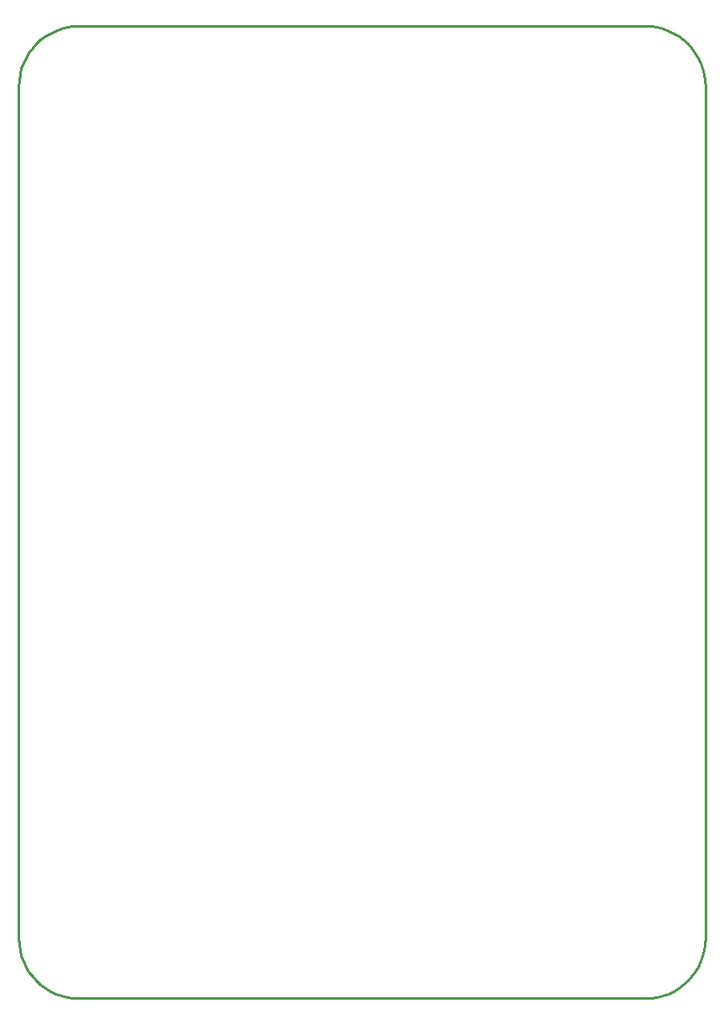
<source format=gm1>
G04 #@! TF.GenerationSoftware,KiCad,Pcbnew,6.0.0-rc1-unknown-59b0f55~66~ubuntu16.04.1*
G04 #@! TF.CreationDate,2018-11-29T09:25:19-07:00
G04 #@! TF.ProjectId,001,3030312e-6b69-4636-9164-5f7063625858,rev?*
G04 #@! TF.SameCoordinates,Original*
G04 #@! TF.FileFunction,Profile,NP*
%FSLAX46Y46*%
G04 Gerber Fmt 4.6, Leading zero omitted, Abs format (unit mm)*
G04 Created by KiCad (PCBNEW 6.0.0-rc1-unknown-59b0f55~66~ubuntu16.04.1) date Thu 29 Nov 2018 09:25:19 AM MST*
%MOMM*%
%LPD*%
G01*
G04 APERTURE LIST*
G04 #@! TA.AperFunction,NonConductor*
%ADD10C,0.266513*%
G04 #@! TD*
G04 APERTURE END LIST*
D10*
G04 #@! TO.C,svg2mod*
X104180141Y-62144585D02*
X104805594Y-62113205D01*
X103573149Y-62236713D02*
X104180141Y-62144585D01*
X102987642Y-62386569D02*
X103573149Y-62236713D01*
X102426635Y-62591131D02*
X102987642Y-62386569D01*
X101893154Y-62847380D02*
X102426635Y-62591131D01*
X101390214Y-63152294D02*
X101893154Y-62847380D01*
X100920839Y-63502855D02*
X101390214Y-63152294D01*
X100488048Y-63896041D02*
X100920839Y-63502855D01*
X100094862Y-64328831D02*
X100488048Y-63896041D01*
X99744302Y-64798206D02*
X100094862Y-64328831D01*
X99439389Y-65301145D02*
X99744302Y-64798206D01*
X99183140Y-65834627D02*
X99439389Y-65301145D01*
X98978577Y-66395633D02*
X99183140Y-65834627D01*
X98828723Y-66981141D02*
X98978577Y-66395633D01*
X98736594Y-67588132D02*
X98828723Y-66981141D01*
X98705214Y-68213585D02*
X98736594Y-67588132D01*
X98705214Y-70899991D02*
X98705214Y-68213585D01*
X98705214Y-73586396D02*
X98705214Y-70899991D01*
X98705214Y-76272801D02*
X98705214Y-73586396D01*
X98705214Y-78959206D02*
X98705214Y-76272801D01*
X98705214Y-81645611D02*
X98705214Y-78959206D01*
X98705214Y-84332016D02*
X98705214Y-81645611D01*
X98705214Y-87018422D02*
X98705214Y-84332016D01*
X98705214Y-89704827D02*
X98705214Y-87018422D01*
X98705214Y-92391232D02*
X98705214Y-89704827D01*
X98705214Y-95077637D02*
X98705214Y-92391232D01*
X98705214Y-97764042D02*
X98705214Y-95077637D01*
X98705214Y-100450448D02*
X98705214Y-97764042D01*
X98705214Y-103136853D02*
X98705214Y-100450448D01*
X98705214Y-105823258D02*
X98705214Y-103136853D01*
X98705214Y-108509663D02*
X98705214Y-105823258D01*
X98705214Y-111196069D02*
X98705214Y-108509663D01*
X98705214Y-113882474D02*
X98705214Y-111196069D01*
X98705214Y-116568880D02*
X98705214Y-113882474D01*
X98705214Y-119255285D02*
X98705214Y-116568880D01*
X98705214Y-121941688D02*
X98705214Y-119255285D01*
X98705214Y-124628094D02*
X98705214Y-121941688D01*
X98705214Y-127314499D02*
X98705214Y-124628094D01*
X98705214Y-130000905D02*
X98705214Y-127314499D01*
X98705214Y-132687310D02*
X98705214Y-130000905D01*
X98705214Y-135373716D02*
X98705214Y-132687310D01*
X98705214Y-138060121D02*
X98705214Y-135373716D01*
X98705214Y-140746527D02*
X98705214Y-138060121D01*
X98705214Y-143432930D02*
X98705214Y-140746527D01*
X98705214Y-146119335D02*
X98705214Y-143432930D01*
X98705214Y-148805741D02*
X98705214Y-146119335D01*
X98705214Y-151492146D02*
X98705214Y-148805741D01*
X98705214Y-154178552D02*
X98705214Y-151492146D01*
X98736594Y-154804004D02*
X98705214Y-154178552D01*
X98828723Y-155410996D02*
X98736594Y-154804004D01*
X98978577Y-155996503D02*
X98828723Y-155410996D01*
X99183140Y-156557510D02*
X98978577Y-155996503D01*
X99439389Y-157090992D02*
X99183140Y-156557510D01*
X99744302Y-157593929D02*
X99439389Y-157090992D01*
X100094862Y-158063304D02*
X99744302Y-157593929D01*
X100488048Y-158496094D02*
X100094862Y-158063304D01*
X100920839Y-158889281D02*
X100488048Y-158496094D01*
X101390214Y-159239843D02*
X100920839Y-158889281D01*
X101893154Y-159544756D02*
X101390214Y-159239843D01*
X102426635Y-159801005D02*
X101893154Y-159544756D01*
X102987642Y-160005568D02*
X102426635Y-159801005D01*
X103573152Y-160155423D02*
X102987642Y-160005568D01*
X104180141Y-160247551D02*
X103573152Y-160155423D01*
X104805594Y-160278932D02*
X104180141Y-160247551D01*
X106592563Y-160278932D02*
X104805594Y-160278932D01*
X108379529Y-160278932D02*
X106592563Y-160278932D01*
X110166495Y-160278932D02*
X108379529Y-160278932D01*
X111953464Y-160278932D02*
X110166495Y-160278932D01*
X113740430Y-160278932D02*
X111953464Y-160278932D01*
X115527399Y-160278932D02*
X113740430Y-160278932D01*
X117314365Y-160278932D02*
X115527399Y-160278932D01*
X119101334Y-160278932D02*
X117314365Y-160278932D01*
X120888303Y-160278932D02*
X119101334Y-160278932D01*
X122675269Y-160278932D02*
X120888303Y-160278932D01*
X124462238Y-160278932D02*
X122675269Y-160278932D01*
X126249207Y-160278932D02*
X124462238Y-160278932D01*
X128036173Y-160278932D02*
X126249207Y-160278932D01*
X129823142Y-160278932D02*
X128036173Y-160278932D01*
X131610109Y-160278932D02*
X129823142Y-160278932D01*
X133397077Y-160278932D02*
X131610109Y-160278932D01*
X135184046Y-160278932D02*
X133397077Y-160278932D01*
X136971013Y-160278932D02*
X135184046Y-160278932D01*
X138757982Y-160278932D02*
X136971013Y-160278932D01*
X140544948Y-160278932D02*
X138757982Y-160278932D01*
X142331914Y-160278932D02*
X140544948Y-160278932D01*
X144118883Y-160278932D02*
X142331914Y-160278932D01*
X145905849Y-160278932D02*
X144118883Y-160278932D01*
X147692818Y-160278932D02*
X145905849Y-160278932D01*
X149479784Y-160278932D02*
X147692818Y-160278932D01*
X151266753Y-160278932D02*
X149479784Y-160278932D01*
X153053719Y-160278932D02*
X151266753Y-160278932D01*
X154840688Y-160278932D02*
X153053719Y-160278932D01*
X156627654Y-160278932D02*
X154840688Y-160278932D01*
X158414623Y-160278932D02*
X156627654Y-160278932D01*
X160201592Y-160278932D02*
X158414623Y-160278932D01*
X161988558Y-160278932D02*
X160201592Y-160278932D01*
X162614011Y-160247551D02*
X161988558Y-160278932D01*
X163221003Y-160155423D02*
X162614011Y-160247551D01*
X163806513Y-160005568D02*
X163221003Y-160155423D01*
X164367517Y-159801005D02*
X163806513Y-160005568D01*
X164900999Y-159544756D02*
X164367517Y-159801005D01*
X165403935Y-159239840D02*
X164900999Y-159544756D01*
X165873311Y-158889281D02*
X165403935Y-159239840D01*
X166306101Y-158496094D02*
X165873311Y-158889281D01*
X166699287Y-158063304D02*
X166306101Y-158496094D01*
X167049850Y-157593932D02*
X166699287Y-158063304D01*
X167354763Y-157090992D02*
X167049850Y-157593932D01*
X167611012Y-156557510D02*
X167354763Y-157090992D01*
X167815575Y-155996503D02*
X167611012Y-156557510D01*
X167965429Y-155410994D02*
X167815575Y-155996503D01*
X168057558Y-154804004D02*
X167965429Y-155410994D01*
X168088938Y-154178552D02*
X168057558Y-154804004D01*
X168088938Y-151492146D02*
X168088938Y-154178552D01*
X168088938Y-148805741D02*
X168088938Y-151492146D01*
X168088938Y-146119335D02*
X168088938Y-148805741D01*
X168088938Y-143432930D02*
X168088938Y-146119335D01*
X168088938Y-140746527D02*
X168088938Y-143432930D01*
X168088938Y-138060121D02*
X168088938Y-140746527D01*
X168088938Y-135373716D02*
X168088938Y-138060121D01*
X168088938Y-132687310D02*
X168088938Y-135373716D01*
X168088938Y-130000905D02*
X168088938Y-132687310D01*
X168088938Y-127314499D02*
X168088938Y-130000905D01*
X168088938Y-124628094D02*
X168088938Y-127314499D01*
X168088938Y-121941688D02*
X168088938Y-124628094D01*
X168088938Y-119255285D02*
X168088938Y-121941688D01*
X168088938Y-116568880D02*
X168088938Y-119255285D01*
X168088938Y-113882474D02*
X168088938Y-116568880D01*
X168088938Y-111196069D02*
X168088938Y-113882474D01*
X168088938Y-108509663D02*
X168088938Y-111196069D01*
X168088938Y-105823258D02*
X168088938Y-108509663D01*
X168088938Y-103136853D02*
X168088938Y-105823258D01*
X168088938Y-100450448D02*
X168088938Y-103136853D01*
X168088938Y-97764043D02*
X168088938Y-100450448D01*
X168088938Y-95077637D02*
X168088938Y-97764043D01*
X168088938Y-92391232D02*
X168088938Y-95077637D01*
X168088938Y-89704827D02*
X168088938Y-92391232D01*
X168088938Y-87018422D02*
X168088938Y-89704827D01*
X168088938Y-84332016D02*
X168088938Y-87018422D01*
X168088938Y-81645611D02*
X168088938Y-84332016D01*
X168088938Y-78959206D02*
X168088938Y-81645611D01*
X168088938Y-76272801D02*
X168088938Y-78959206D01*
X168088938Y-73586396D02*
X168088938Y-76272801D01*
X168088938Y-70899991D02*
X168088938Y-73586396D01*
X168088938Y-68213585D02*
X168088938Y-70899991D01*
X168057558Y-67588132D02*
X168088938Y-68213585D01*
X167965429Y-66981141D02*
X168057558Y-67588132D01*
X167815575Y-66395633D02*
X167965429Y-66981141D01*
X167611012Y-65834627D02*
X167815575Y-66395633D01*
X167354763Y-65301145D02*
X167611012Y-65834627D01*
X167049847Y-64798207D02*
X167354763Y-65301145D01*
X166699287Y-64328832D02*
X167049847Y-64798207D01*
X166306101Y-63896041D02*
X166699287Y-64328832D01*
X165873311Y-63502855D02*
X166306101Y-63896041D01*
X165403938Y-63152295D02*
X165873311Y-63502855D01*
X164900999Y-62847380D02*
X165403938Y-63152295D01*
X164367517Y-62591131D02*
X164900999Y-62847380D01*
X163806513Y-62386569D02*
X164367517Y-62591131D01*
X163221003Y-62236713D02*
X163806513Y-62386569D01*
X162614011Y-62144585D02*
X163221003Y-62236713D01*
X161988558Y-62113205D02*
X162614011Y-62144585D01*
X160201592Y-62113205D02*
X161988558Y-62113205D01*
X158414623Y-62113205D02*
X160201592Y-62113205D01*
X156627654Y-62113205D02*
X158414623Y-62113205D01*
X154840688Y-62113205D02*
X156627654Y-62113205D01*
X153053719Y-62113205D02*
X154840688Y-62113205D01*
X151266753Y-62113205D02*
X153053719Y-62113205D01*
X149479784Y-62113205D02*
X151266753Y-62113205D01*
X147692818Y-62113205D02*
X149479784Y-62113205D01*
X145905849Y-62113205D02*
X147692818Y-62113205D01*
X144118883Y-62113205D02*
X145905849Y-62113205D01*
X142331914Y-62113205D02*
X144118883Y-62113205D01*
X140544948Y-62113205D02*
X142331914Y-62113205D01*
X138757982Y-62113205D02*
X140544948Y-62113205D01*
X136971013Y-62113205D02*
X138757982Y-62113205D01*
X135184046Y-62113205D02*
X136971013Y-62113205D01*
X133397077Y-62113205D02*
X135184046Y-62113205D01*
X131610109Y-62113205D02*
X133397077Y-62113205D01*
X129823142Y-62113205D02*
X131610109Y-62113205D01*
X128036173Y-62113205D02*
X129823142Y-62113205D01*
X126249207Y-62113205D02*
X128036173Y-62113205D01*
X124462238Y-62113205D02*
X126249207Y-62113205D01*
X122675269Y-62113205D02*
X124462238Y-62113205D01*
X120888303Y-62113205D02*
X122675269Y-62113205D01*
X119101334Y-62113205D02*
X120888303Y-62113205D01*
X117314365Y-62113205D02*
X119101334Y-62113205D01*
X115527399Y-62113205D02*
X117314365Y-62113205D01*
X113740430Y-62113205D02*
X115527399Y-62113205D01*
X111953464Y-62113205D02*
X113740430Y-62113205D01*
X110166495Y-62113205D02*
X111953464Y-62113205D01*
X108379529Y-62113205D02*
X110166495Y-62113205D01*
X106592563Y-62113205D02*
X108379529Y-62113205D01*
X104805594Y-62113205D02*
X106592563Y-62113205D01*
G04 #@! TD*
M02*

</source>
